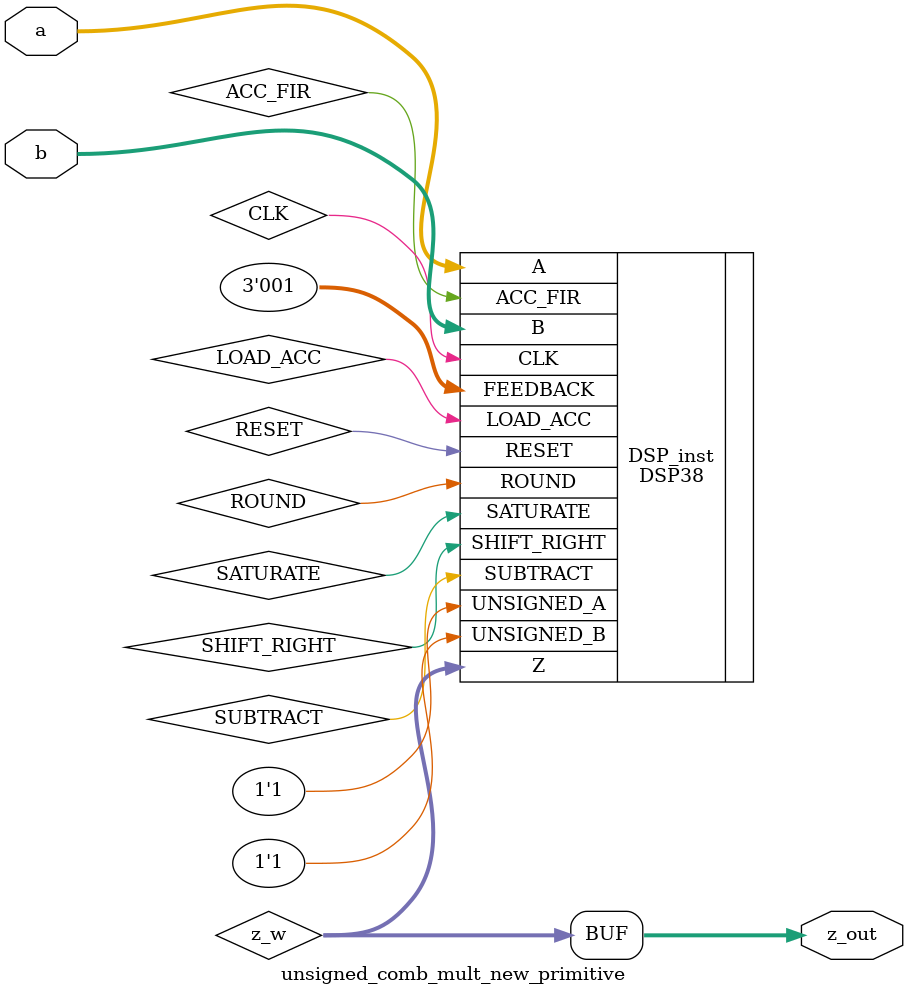
<source format=v>
module unsigned_comb_mult_new_primitive (
	input  wire [19:0] a,
    input  wire [17:0] b,
    output wire [37:0] z_out
    );

    parameter [79:0] MODE_BITS = 80'd0;
    
    wire [37:0] z_w;

DSP38 #(
  .DSP_MODE("MULTIPLY"), // DSp arithmetic mode (MULTIPLY/MULTIPLY_ADD_SUB/MULTIPLY_ACCUMULATE)
  .COEFF_0(20'h00000), // 20-bit A input coefficient 0
  .COEFF_1(20'h00000), // 20-bit A input coefficient 1
  .COEFF_2(20'h00000), // 20-bit A input coefficient 2
  .COEFF_3(20'h00000), // 20-bit A input coefficient 3
  .OUTPUT_REG_EN("FALSE"), // Enable output register (TRUE/FALSE)
  .INPUT_REG_EN("FALSE") // Enable input register (TRUE/FALSE)
) DSP_inst(
  .A(a), // 20-bit data input for multipluier or accumulator loading
  .B(b), // 18-bit data input for multiplication
  .ACC_FIR(ACC_FIR), // 6-bit left shift A input
  .Z(z_w), // 38-bit data output
  .CLK(CLK), // Clock
  .RESET(RESET), // None
  .FEEDBACK(3'd1), // 3-bit feedback input selects coefficient
  .LOAD_ACC(LOAD_ACC), // Load accumulator input
  .SATURATE(SATURATE), // Saturate enable
  .SHIFT_RIGHT(SHIFT_RIGHT), // 6-bit Shift right
  .ROUND(ROUND), // Round
  .SUBTRACT(SUBTRACT), // Add or subtract
  .UNSIGNED_A (1'b1), // Selects signed or unsigned data for A input
  .UNSIGNED_B (1'b1) 
);	
    assign z_out = z_w;

endmodule

</source>
